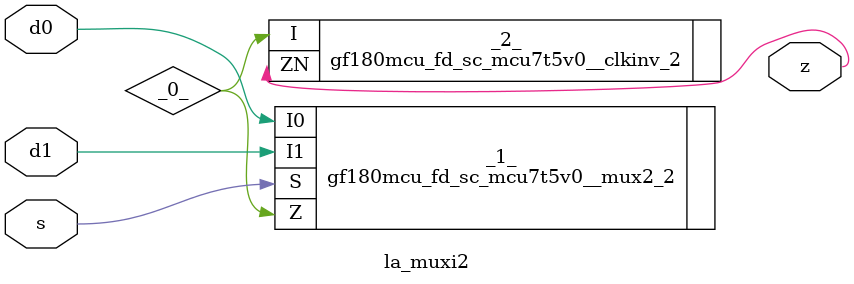
<source format=v>

/* Generated by Yosys 0.44 (git sha1 80ba43d26, g++ 11.4.0-1ubuntu1~22.04 -fPIC -O3) */

(* top =  1  *)
(* src = "inputs/la_muxi2.v:10.1-21.10" *)
module la_muxi2 (
    d0,
    d1,
    s,
    z
);
  wire _0_;
  (* src = "inputs/la_muxi2.v:13.12-13.14" *)
  input d0;
  wire d0;
  (* src = "inputs/la_muxi2.v:14.12-14.14" *)
  input d1;
  wire d1;
  (* src = "inputs/la_muxi2.v:15.12-15.13" *)
  input s;
  wire s;
  (* src = "inputs/la_muxi2.v:16.12-16.13" *)
  output z;
  wire z;
  gf180mcu_fd_sc_mcu7t5v0__mux2_2 _1_ (
      .I0(d0),
      .I1(d1),
      .S (s),
      .Z (_0_)
  );
  gf180mcu_fd_sc_mcu7t5v0__clkinv_2 _2_ (
      .I (_0_),
      .ZN(z)
  );
endmodule

</source>
